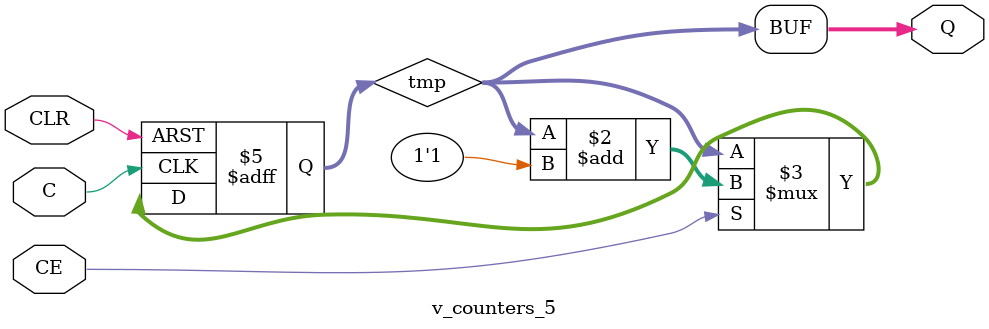
<source format=v>
module v_counters_5 (C, CLR, CE, Q);
    input C, CLR, CE;
    output [3:0] Q;
    reg [3:0] tmp;

    always @(posedge C or posedge CLR)
    begin
        if (CLR)
            tmp <= 4'b0000;
        else if (CE)
            tmp <= tmp + 1'b1;
    end

    assign Q = tmp;

endmodule

</source>
